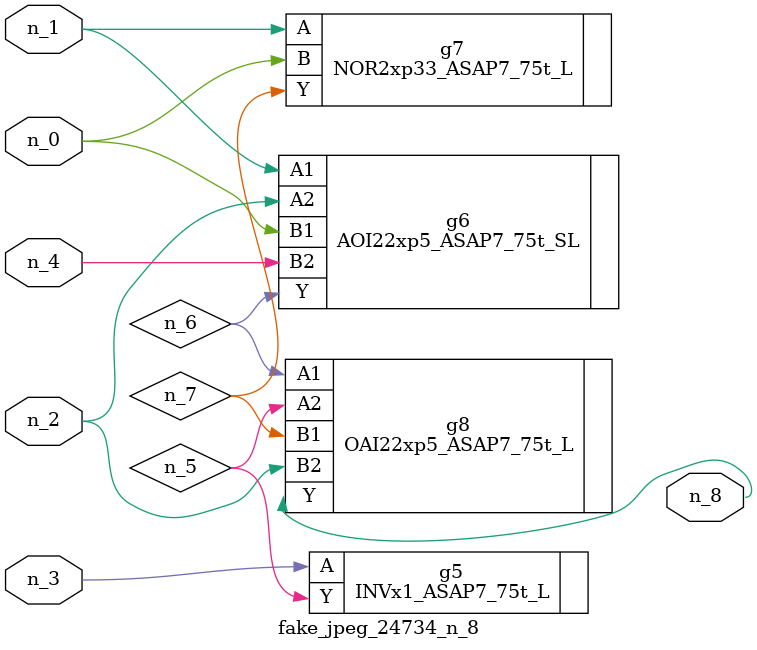
<source format=v>
module fake_jpeg_24734_n_8 (n_3, n_2, n_1, n_0, n_4, n_8);

input n_3;
input n_2;
input n_1;
input n_0;
input n_4;

output n_8;

wire n_6;
wire n_5;
wire n_7;

INVx1_ASAP7_75t_L g5 ( 
.A(n_3),
.Y(n_5)
);

AOI22xp5_ASAP7_75t_SL g6 ( 
.A1(n_1),
.A2(n_2),
.B1(n_0),
.B2(n_4),
.Y(n_6)
);

NOR2xp33_ASAP7_75t_L g7 ( 
.A(n_1),
.B(n_0),
.Y(n_7)
);

OAI22xp5_ASAP7_75t_L g8 ( 
.A1(n_6),
.A2(n_5),
.B1(n_7),
.B2(n_2),
.Y(n_8)
);


endmodule
</source>
